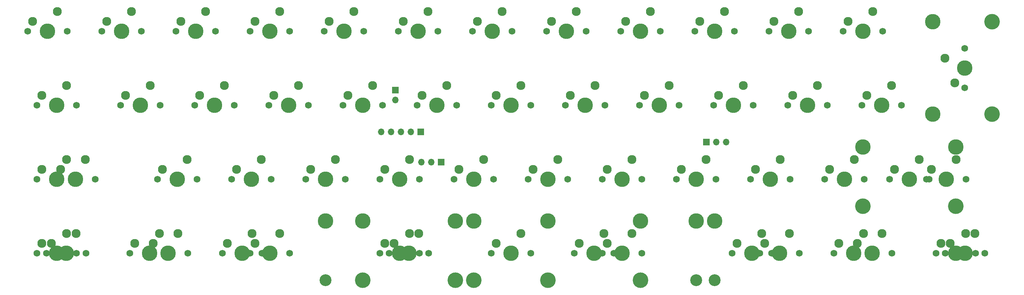
<source format=gbr>
%TF.GenerationSoftware,KiCad,Pcbnew,(7.0.0-rc1-163-g06a2e950fd)*%
%TF.CreationDate,2023-02-21T11:22:39+01:00*%
%TF.ProjectId,pcb,7063622e-6b69-4636-9164-5f7063625858,rev?*%
%TF.SameCoordinates,Original*%
%TF.FileFunction,Soldermask,Top*%
%TF.FilePolarity,Negative*%
%FSLAX46Y46*%
G04 Gerber Fmt 4.6, Leading zero omitted, Abs format (unit mm)*
G04 Created by KiCad (PCBNEW (7.0.0-rc1-163-g06a2e950fd)) date 2023-02-21 11:22:39*
%MOMM*%
%LPD*%
G01*
G04 APERTURE LIST*
%ADD10C,1.750000*%
%ADD11C,3.987800*%
%ADD12C,2.300000*%
%ADD13C,3.048000*%
%ADD14C,4.000000*%
%ADD15R,1.700000X1.700000*%
%ADD16O,1.700000X1.700000*%
G04 APERTURE END LIST*
D10*
%TO.C,SW10*%
X-129619748Y39687696D03*
D11*
X-124539748Y39687696D03*
D10*
X-119459748Y39687696D03*
D12*
X-128349748Y42227696D03*
X-121999748Y44767696D03*
%TD*%
D10*
%TO.C,SW48*%
X41830252Y39687600D03*
D11*
X46910252Y39687600D03*
D10*
X51990252Y39687600D03*
D12*
X43100252Y42227600D03*
X49450252Y44767600D03*
%TD*%
D10*
%TO.C,SW49*%
X25161964Y20637552D03*
D11*
X30241964Y20637552D03*
D10*
X35321964Y20637552D03*
D12*
X26431964Y23177552D03*
X32781964Y25717552D03*
%TD*%
D10*
%TO.C,SW41*%
X8492752Y77787696D03*
D11*
X13572752Y77787696D03*
D10*
X18652752Y77787696D03*
D12*
X9762752Y80327696D03*
X16112752Y82867696D03*
%TD*%
D10*
%TO.C,SW25*%
X-22542544Y20637552D03*
D11*
X-17462544Y20637552D03*
D10*
X-12382544Y20637552D03*
D12*
X-21272544Y23177552D03*
X-14922544Y25717552D03*
%TD*%
D10*
%TO.C,SW57*%
X70405828Y20637552D03*
D11*
X75485828Y20637552D03*
D10*
X80565828Y20637552D03*
D12*
X71675828Y23177552D03*
X78025828Y25717552D03*
%TD*%
D10*
%TO.C,SW8*%
X-143907248Y77787696D03*
D11*
X-138827248Y77787696D03*
D10*
X-133747248Y77787696D03*
D12*
X-142637248Y80327696D03*
X-136287248Y82867696D03*
%TD*%
D10*
%TO.C,SW60*%
X72787084Y20637552D03*
D11*
X77867084Y20637552D03*
D10*
X82947084Y20637552D03*
D12*
X74057084Y23177552D03*
X80407084Y25717552D03*
%TD*%
D10*
%TO.C,SW55*%
X48974524Y20637552D03*
D11*
X54054524Y20637552D03*
D10*
X59134524Y20637552D03*
D12*
X50244524Y23177552D03*
X56594524Y25717552D03*
%TD*%
D10*
%TO.C,SW59*%
X68024002Y39687696D03*
D11*
X73104002Y39687696D03*
D10*
X78184002Y39687696D03*
D12*
X69294002Y42227696D03*
X75644002Y44767696D03*
%TD*%
D10*
%TO.C,SW15*%
X-110569748Y39687696D03*
D11*
X-105489748Y39687696D03*
D10*
X-100409748Y39687696D03*
D12*
X-109299748Y42227696D03*
X-102949748Y44767696D03*
%TD*%
D10*
%TO.C,SW36*%
X-24844748Y58737696D03*
D11*
X-19764748Y58737696D03*
D10*
X-14684748Y58737696D03*
D12*
X-23574748Y61277696D03*
X-17224748Y63817696D03*
%TD*%
D10*
%TO.C,SW33*%
X-34369748Y39687600D03*
D11*
X-29289748Y39687600D03*
D10*
X-24209748Y39687600D03*
D12*
X-33099748Y42227600D03*
X-26749748Y44767600D03*
%TD*%
D10*
%TO.C,SW6*%
X-160576004Y20637552D03*
D11*
X-155496004Y20637552D03*
D10*
X-150416004Y20637552D03*
D12*
X-159306004Y23177552D03*
X-152956004Y25717552D03*
%TD*%
D10*
%TO.C,SW31*%
X-48657248Y77787696D03*
D11*
X-43577248Y77787696D03*
D10*
X-38497248Y77787696D03*
D12*
X-47387248Y80327696D03*
X-41037248Y82867696D03*
%TD*%
D10*
%TO.C,SW21*%
X-72469532Y20637552D03*
D11*
X-67389532Y20637552D03*
D10*
X-62309532Y20637552D03*
D12*
X-71199532Y23177552D03*
X-64849532Y25717552D03*
%TD*%
D10*
%TO.C,SW7*%
X-132000932Y20637552D03*
D11*
X-126920932Y20637552D03*
D10*
X-121840932Y20637552D03*
D12*
X-130730932Y23177552D03*
X-124380932Y25717552D03*
%TD*%
D13*
%TO.C,S5*%
X8810540Y13652552D03*
D11*
X8810540Y28892552D03*
D13*
X-86439460Y13652552D03*
D11*
X-86439460Y28892552D03*
%TD*%
D10*
%TO.C,SW13*%
X-124857248Y77787696D03*
D11*
X-119777248Y77787696D03*
D10*
X-114697248Y77787696D03*
D12*
X-123587248Y80327696D03*
X-117237248Y82867696D03*
%TD*%
D10*
%TO.C,SW5*%
X-160575998Y39687696D03*
D11*
X-155495998Y39687696D03*
D10*
X-150415998Y39687696D03*
D12*
X-159305998Y42227696D03*
X-152955998Y44767696D03*
%TD*%
D10*
%TO.C,SW16*%
X-112950884Y20637552D03*
D11*
X-107870884Y20637552D03*
D10*
X-102790884Y20637552D03*
D12*
X-111680884Y23177552D03*
X-105330884Y25717552D03*
%TD*%
D10*
%TO.C,SW24*%
X-72469748Y39687600D03*
D11*
X-67389748Y39687600D03*
D10*
X-62309748Y39687600D03*
D12*
X-71199748Y42227600D03*
X-64849748Y44767600D03*
%TD*%
D10*
%TO.C,SW23*%
X-81994748Y58737696D03*
D11*
X-76914748Y58737696D03*
D10*
X-71834748Y58737696D03*
D12*
X-80724748Y61277696D03*
X-74374748Y63817696D03*
%TD*%
D10*
%TO.C,SW46*%
X27542752Y77787696D03*
D11*
X32622752Y77787696D03*
D10*
X37702752Y77787696D03*
D12*
X28812752Y80327696D03*
X35162752Y82867696D03*
%TD*%
D10*
%TO.C,SW26*%
X-67707248Y77787696D03*
D11*
X-62627248Y77787696D03*
D10*
X-57547248Y77787696D03*
D12*
X-66437248Y80327696D03*
X-60087248Y82867696D03*
%TD*%
D14*
%TO.C,S8*%
X-5476906Y13652552D03*
D11*
X-5476906Y28892552D03*
D14*
X-29289406Y13652552D03*
D11*
X-29289406Y28892552D03*
%TD*%
D10*
%TO.C,SW29*%
X-15319388Y20637552D03*
D11*
X-10239388Y20637552D03*
D10*
X-5159388Y20637552D03*
D12*
X-14049388Y23177552D03*
X-7699388Y25717552D03*
%TD*%
D10*
%TO.C,SW43*%
X22780252Y39687696D03*
D11*
X27860252Y39687696D03*
D10*
X32940252Y39687696D03*
D12*
X24050252Y42227696D03*
X30400252Y44767696D03*
%TD*%
D10*
%TO.C,SW37*%
X-15319748Y39687696D03*
D11*
X-10239748Y39687696D03*
D10*
X-5159748Y39687696D03*
D12*
X-14049748Y42227696D03*
X-7699748Y44767696D03*
%TD*%
D10*
%TO.C,SW50*%
X44212012Y20637552D03*
D11*
X49292012Y20637552D03*
D10*
X54372012Y20637552D03*
D12*
X45482012Y23177552D03*
X51832012Y25717552D03*
%TD*%
D10*
%TO.C,SW2*%
X-158194748Y20637552D03*
D11*
X-153114748Y20637552D03*
D10*
X-148034748Y20637552D03*
D12*
X-156924748Y23177552D03*
X-150574748Y25717552D03*
%TD*%
D10*
%TO.C,SW47*%
X32305252Y58737696D03*
D11*
X37385252Y58737696D03*
D10*
X42465252Y58737696D03*
D12*
X33575252Y61277696D03*
X39925252Y63817696D03*
%TD*%
D10*
%TO.C,SW35*%
X-29607248Y77787696D03*
D11*
X-24527248Y77787696D03*
D10*
X-19447248Y77787696D03*
D12*
X-28337248Y80327696D03*
X-21987248Y82867696D03*
%TD*%
D14*
%TO.C,S4*%
X-53102026Y13652552D03*
D11*
X-53102026Y28892552D03*
D14*
X-76914526Y13652552D03*
D11*
X-76914526Y28892552D03*
%TD*%
D10*
%TO.C,SW42*%
X13255252Y58737696D03*
D11*
X18335252Y58737696D03*
D10*
X23415252Y58737696D03*
D12*
X14525252Y61277696D03*
X20875252Y63817696D03*
%TD*%
D10*
%TO.C,SW5_1*%
X-155813498Y39687696D03*
D11*
X-150733498Y39687696D03*
D10*
X-145653498Y39687696D03*
D12*
X-154543498Y42227696D03*
X-148193498Y44767696D03*
%TD*%
D14*
%TO.C,REF\u002A\u002A*%
X75485252Y32702696D03*
D11*
X75485252Y47942696D03*
D14*
X51672752Y32702696D03*
D11*
X51672752Y47942696D03*
%TD*%
D10*
%TO.C,SW32*%
X-43894748Y58737696D03*
D11*
X-38814748Y58737696D03*
D10*
X-33734748Y58737696D03*
D12*
X-42624748Y61277696D03*
X-36274748Y63817696D03*
%TD*%
D10*
%TO.C,SW19*%
X-101044748Y58737696D03*
D11*
X-95964748Y58737696D03*
D10*
X-90884748Y58737696D03*
D12*
X-99774748Y61277696D03*
X-93424748Y63817696D03*
%TD*%
D10*
%TO.C,SW4*%
X-160575998Y58737696D03*
D11*
X-155495998Y58737696D03*
D10*
X-150415998Y58737696D03*
D12*
X-159305998Y61277696D03*
X-152955998Y63817696D03*
%TD*%
D10*
%TO.C,SW40*%
X3730252Y39687696D03*
D11*
X8810252Y39687696D03*
D10*
X13890252Y39687696D03*
D12*
X5000252Y42227696D03*
X11350252Y44767696D03*
%TD*%
D10*
%TO.C,SW9*%
X-139144748Y58737648D03*
D11*
X-134064748Y58737648D03*
D10*
X-128984748Y58737648D03*
D12*
X-137874748Y61277648D03*
X-131524748Y63817648D03*
%TD*%
D10*
%TO.C,SW52*%
X46592752Y77787696D03*
D11*
X51672752Y77787696D03*
D10*
X56752752Y77787696D03*
D12*
X47862752Y80327696D03*
X54212752Y82867696D03*
%TD*%
D11*
%TO.C,S7*%
X8810612Y28892552D03*
X-29289388Y28892552D03*
%TD*%
D10*
%TO.C,SW12*%
X-105807116Y20637552D03*
D11*
X-100727116Y20637552D03*
D10*
X-95647116Y20637552D03*
D12*
X-104537116Y23177552D03*
X-98187116Y25717552D03*
%TD*%
D13*
%TO.C,S6*%
X13573046Y13652552D03*
D11*
X13573046Y28892552D03*
D13*
X-86439454Y13652552D03*
D11*
X-86439454Y28892552D03*
%TD*%
D10*
%TO.C,SW61*%
X58499002Y39687696D03*
D11*
X63579002Y39687696D03*
D10*
X68659002Y39687696D03*
D12*
X59769002Y42227696D03*
X66119002Y44767696D03*
%TD*%
D10*
%TO.C,SW34*%
X-43894460Y20637552D03*
D11*
X-38814460Y20637552D03*
D10*
X-33734460Y20637552D03*
D12*
X-42624460Y23177552D03*
X-36274460Y25717552D03*
%TD*%
D10*
%TO.C,SW39*%
X-5794748Y58737648D03*
D11*
X-714748Y58737648D03*
D10*
X4365252Y58737648D03*
D12*
X-4524748Y61277648D03*
X1825252Y63817648D03*
%TD*%
D10*
%TO.C,SW53*%
X51355252Y58737648D03*
D11*
X56435252Y58737648D03*
D10*
X61515252Y58737648D03*
D12*
X52625252Y61277648D03*
X58975252Y63817648D03*
%TD*%
D10*
%TO.C,SW27*%
X-62944748Y58737648D03*
D11*
X-57864748Y58737648D03*
D10*
X-52784748Y58737648D03*
D12*
X-61674748Y61277648D03*
X-55324748Y63817648D03*
%TD*%
D14*
%TO.C,S1*%
X84828302Y80196250D03*
D11*
X69588302Y80196250D03*
D14*
X84828302Y56383750D03*
D11*
X69588302Y56383750D03*
%TD*%
D10*
%TO.C,SW22*%
X-86757248Y77787696D03*
D11*
X-81677248Y77787696D03*
D10*
X-76597248Y77787696D03*
D12*
X-85487248Y80327696D03*
X-79137248Y82867696D03*
%TD*%
D10*
%TO.C,SW20*%
X-91519748Y39687696D03*
D11*
X-86439748Y39687696D03*
D10*
X-81359748Y39687696D03*
D12*
X-90249748Y42227696D03*
X-83899748Y44767696D03*
%TD*%
D10*
%TO.C,SW38*%
X-10557248Y77787696D03*
D11*
X-5477248Y77787696D03*
D10*
X-397248Y77787696D03*
D12*
X-9287248Y80327696D03*
X-2937248Y82867696D03*
%TD*%
D10*
%TO.C,SW44*%
X18018196Y20637552D03*
D11*
X23098196Y20637552D03*
D10*
X28178196Y20637552D03*
D12*
X19288196Y23177552D03*
X25638196Y25717552D03*
%TD*%
D10*
%TO.C,SW28*%
X-53419748Y39687600D03*
D11*
X-48339748Y39687600D03*
D10*
X-43259748Y39687600D03*
D12*
X-52149748Y42227600D03*
X-45799748Y44767600D03*
%TD*%
D10*
%TO.C,SW17*%
X-70088276Y20637552D03*
D11*
X-65008276Y20637552D03*
D10*
X-59928276Y20637552D03*
D12*
X-68818276Y23177552D03*
X-62468276Y25717552D03*
%TD*%
D10*
%TO.C,SW18*%
X-105807248Y77787696D03*
D11*
X-100727248Y77787696D03*
D10*
X-95647248Y77787696D03*
D12*
X-104537248Y80327696D03*
X-98187248Y82867696D03*
%TD*%
D10*
%TO.C,SW14*%
X-120094748Y58737648D03*
D11*
X-115014748Y58737648D03*
D10*
X-109934748Y58737648D03*
D12*
X-118824748Y61277648D03*
X-112474748Y63817648D03*
%TD*%
D10*
%TO.C,SW3*%
X-162957248Y77787696D03*
D11*
X-157877248Y77787696D03*
D10*
X-152797248Y77787696D03*
D12*
X-161687248Y80327696D03*
X-155337248Y82867696D03*
%TD*%
D14*
%TO.C,S3*%
X-48339532Y13652552D03*
D11*
X-48339532Y28892552D03*
X-86439532Y28892552D03*
%TD*%
D10*
%TO.C,SW11*%
X-136763444Y20637552D03*
D11*
X-131683444Y20637552D03*
D10*
X-126603444Y20637552D03*
D12*
X-135493444Y23177552D03*
X-129143444Y25717552D03*
%TD*%
D10*
%TO.C,SW58*%
X77843302Y63210000D03*
D11*
X77843302Y68290000D03*
D10*
X77843302Y73370000D03*
D12*
X75303302Y64480000D03*
X72763302Y70830000D03*
%TD*%
D15*
%TO.C,J2*%
X11467751Y49209999D03*
D16*
X14007751Y49209999D03*
X16547751Y49209999D03*
%TD*%
D15*
%TO.C,J4*%
X-56729999Y44069999D03*
D16*
X-59269999Y44069999D03*
X-61809999Y44069999D03*
%TD*%
D15*
%TO.C,J1*%
X-61989999Y51809999D03*
D16*
X-64529999Y51809999D03*
X-67069999Y51809999D03*
X-69609999Y51809999D03*
X-72149999Y51809999D03*
%TD*%
D15*
%TO.C,J5*%
X-68459999Y62624999D03*
D16*
X-68459999Y60084999D03*
%TD*%
M02*

</source>
